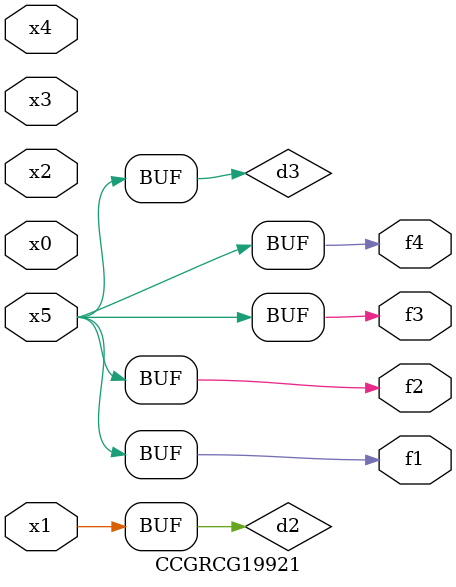
<source format=v>
module CCGRCG19921(
	input x0, x1, x2, x3, x4, x5,
	output f1, f2, f3, f4
);

	wire d1, d2, d3;

	not (d1, x5);
	or (d2, x1);
	xnor (d3, d1);
	assign f1 = d3;
	assign f2 = d3;
	assign f3 = d3;
	assign f4 = d3;
endmodule

</source>
